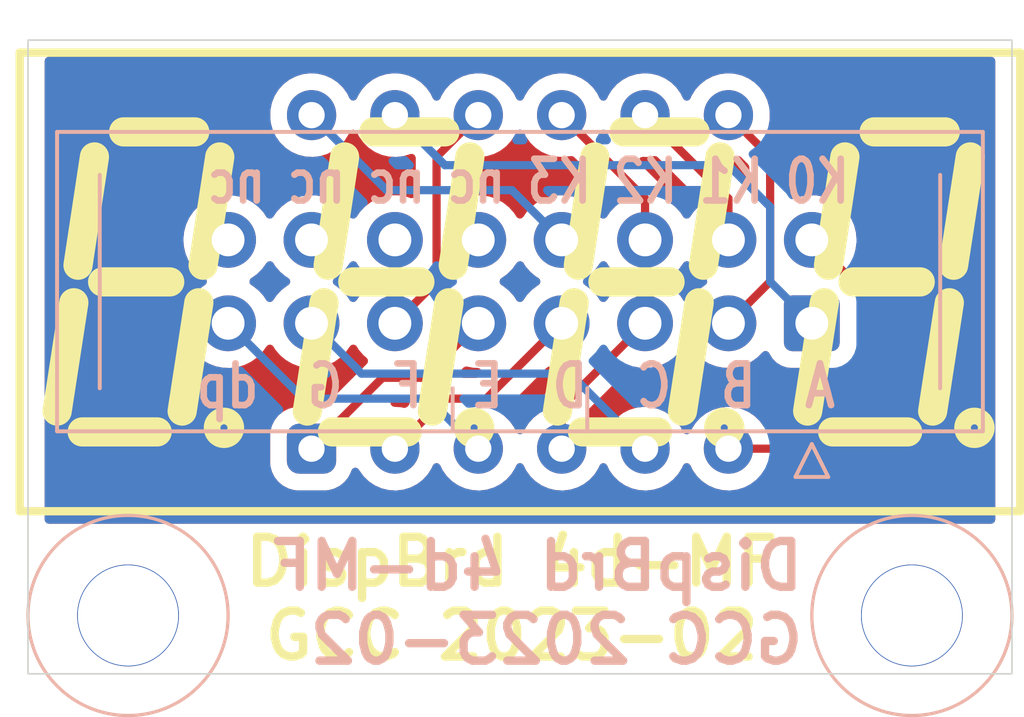
<source format=kicad_pcb>
(kicad_pcb (version 20211014) (generator pcbnew)
  (layers (0 "F.Cu" signal) (31 "B.Cu" signal) (36 "B.SilkS" user "B.Silkscreen") (37 "F.SilkS" user "F.Silkscreen") (38 "B.Mask" user) (39 "F.Mask" user) (44 "Edge.Cuts" user))
  (net 0 "")
  (net 1 "/K_SegA")
  (net 2 "/K_SegB")
  (net 3 "/K_SegC")
  (net 4 "/K_SegDP")
  (net 5 "/A0")
  (net 6 "/K_SegD")
  (net 7 "/K_SegE")
  (net 8 "/K_SegG")
  (net 9 "/K_SegF")
  (net 10 "/A1")
  (net 11 "/A2")
  (net 12 "/A3")
  (footprint "GCC_Display:Disp7s4x_036_6+6" (layer "F.Cu") (at 40.386 30.226)
    (fp_text reference "S3" hide)
    (fp_text value "LEDDSP4_CA_6+6" hide)
    (fp_line (start -2.16154 0.635) (end -2.66954 3.93446) (layer "F.SilkS") (width 0.889))
    (fp_line (start 13.07846 0.635) (end 12.57046 3.93446) (layer "F.SilkS") (width 0.889))
    (fp_line (start -12.96162 -3.80746) (end -13.462 -0.508) (layer "F.SilkS") (width 0.889))
    (fp_line (start 12.192 0) (end 10.1473 0) (layer "F.SilkS") (width 0.889))
    (fp_line (start -4.45262 -4.56946) (end -2.286 -4.56946) (layer "F.SilkS") (width 0.889))
    (fp_line (start -10.668 0) (end -12.7127 0) (layer "F.SilkS") (width 0.889))
    (fp_line (start -13.335 4.56946) (end -11.05154 4.56946) (layer "F.SilkS") (width 0.889))
    (fp_line (start -1.524 -3.80746) (end -2.032 -0.508) (layer "F.SilkS") (width 0.889))
    (fp_line (start 13.716 -3.80746) (end 13.208 -0.508) (layer "F.SilkS") (width 0.889))
    (fp_line (start -5.969 0.635) (end -6.477 3.93446) (layer "F.SilkS") (width 0.889))
    (fp_line (start -15.23746 6.985) (end -15.23746 -6.985) (layer "F.SilkS") (width 0.254))
    (fp_line (start 4.572 0) (end 2.5273 0) (layer "F.SilkS") (width 0.889))
    (fp_line (start -3.048 0) (end -5.0927 0) (layer "F.SilkS") (width 0.889))
    (fp_line (start -5.715 4.56946) (end -3.43154 4.56946) (layer "F.SilkS") (width 0.889))
    (fp_line (start -9.78154 0.635) (end -10.28954 3.93446) (layer "F.SilkS") (width 0.889))
    (fp_line (start -15.23746 6.985) (end 15.23746 6.985) (layer "F.SilkS") (width 0.254))
    (fp_line (start 9.89838 -3.80746) (end 9.398 -0.508) (layer "F.SilkS") (width 0.889))
    (fp_line (start 9.525 4.56946) (end 11.80846 4.56946) (layer "F.SilkS") (width 0.889))
    (fp_line (start 9.271 0.635) (end 8.763 3.93446) (layer "F.SilkS") (width 0.889))
    (fp_line (start 5.45846 0.635) (end 4.95046 3.93446) (layer "F.SilkS") (width 0.889))
    (fp_line (start 6.096 -3.80746) (end 5.588 -0.508) (layer "F.SilkS") (width 0.889))
    (fp_line (start -5.34162 -3.80746) (end -5.842 -0.508) (layer "F.SilkS") (width 0.889))
    (fp_line (start 1.651 0.635) (end 1.143 3.93446) (layer "F.SilkS") (width 0.889))
    (fp_line (start -12.07262 -4.56946) (end -9.906 -4.56946) (layer "F.SilkS") (width 0.889))
    (fp_line (start 2.27838 -3.80746) (end 1.778 -0.508) (layer "F.SilkS") (width 0.889))
    (fp_line (start 15.23746 6.985) (end 15.23746 -6.985) (layer "F.SilkS") (width 0.254))
    (fp_line (start -13.589 0.635) (end -14.097 3.93446) (layer "F.SilkS") (width 0.889))
    (fp_line (start 15.23492 -6.985) (end -15.23492 -6.985) (layer "F.SilkS") (width 0.254))
    (fp_line (start -9.144 -3.80746) (end -9.652 -0.508) (layer "F.SilkS") (width 0.889))
    (fp_line (start 1.905 4.56946) (end 4.18846 4.56946) (layer "F.SilkS") (width 0.889))
    (fp_line (start 3.16738 -4.56946) (end 5.334 -4.56946) (layer "F.SilkS") (width 0.889))
    (fp_line (start 10.78738 -4.56946) (end 12.954 -4.56946) (layer "F.SilkS") (width 0.889))
    (fp_circle (center -1.397 4.445) (end -1.143 4.18846) (layer "F.SilkS") (width 0.508) (fill none))
    (fp_circle (center 6.223 4.445) (end 6.477 4.18846) (layer "F.SilkS") (width 0.508) (fill none))
    (fp_circle (center 13.843 4.445) (end 14.097 4.18846) (layer "F.SilkS") (width 0.508) (fill none))
    (fp_circle (center -9.017 4.445) (end -8.763 4.18846) (layer "F.SilkS") (width 0.508) (fill none))
    (pad "1" thru_hole roundrect locked (at -6.35 5.08 90) (size 1.524 1.50114) (drill 0.8001) (layers *.Cu *.Mask) (net 7 "/K_SegE"))
    (pad "2" thru_hole oval locked (at -3.81 5.08 90) (size 1.524 1.4986) (drill 0.8001) (layers *.Cu *.Mask) (net 6 "/K_SegD"))
    (pad "3" thru_hole oval locked (at -1.27 5.08 90) (size 1.524 1.4986) (drill 0.8001) (layers *.Cu *.Mask) (net 4 "/K_SegDP"))
    (pad "4" thru_hole oval locked (at 1.27 5.08 90) (size 1.524 1.4986) (drill 0.8001) (layers *.Cu *.Mask) (net 3 "/K_SegC"))
    (pad "5" thru_hole oval locked (at 3.81 5.08 90) (size 1.524 1.4986) (drill 0.8001) (layers *.Cu *.Mask) (net 8 "/K_SegG"))
    (pad "6" thru_hole oval locked (at 6.35 5.08 90) (size 1.524 1.4986) (drill 0.8001) (layers *.Cu *.Mask) (net 5 "/A0"))
    (pad "7" thru_hole oval locked (at 6.35 -5.08 90) (size 1.524 1.4986) (drill 0.8001) (layers *.Cu *.Mask) (net 2 "/K_SegB"))
    (pad "8" thru_hole oval locked (at 3.81 -5.08 90) (size 1.524 1.4986) (drill 0.8001) (layers *.Cu *.Mask) (net 10 "/A1"))
    (pad "9" thru_hole oval locked (at 1.27 -5.08 90) (size 1.524 1.4986) (drill 0.8001) (layers *.Cu *.Mask) (net 11 "/A2"))
    (pad "10" thru_hole oval locked (at -1.27 -5.08 90) (size 1.524 1.4986) (drill 0.8001) (layers *.Cu *.Mask) (net 9 "/K_SegF"))
    (pad "11" thru_hole oval locked (at -3.81 -5.08 90) (size 1.524 1.4986) (drill 0.8001) (layers *.Cu *.Mask) (net 1 "/K_SegA"))
    (pad "12" thru_hole oval locked (at -6.34746 -5.08 90) (size 1.524 1.4986) (drill 0.8001) (layers *.Cu *.Mask) (net 12 "/A3"))
  )
  (footprint "GCC_holes:Hole3mm" (layer "B.Cu") (at 28.448 40.386)
    (fp_text reference "H5" hide)
    (fp_text value "MountingHole" hide)
    (fp_circle (center 0 0) (end 0 3.048) (layer "B.SilkS") (width 0.1) (fill none))
    (pad "" np_thru_hole circle locked (at 0 0) (size 3.1 3.1) (drill 3.05) (layers F&B.Cu *.Mask))
  )
  (footprint "GCC_holes:Hole3mm" (layer "B.Cu") (at 52.324 40.386)
    (fp_text reference "H6" hide)
    (fp_text value "MountingHole" hide)
    (fp_circle (center 0 0) (end 0 3.048) (layer "B.SilkS") (width 0.1) (fill none))
    (pad "" np_thru_hole circle locked (at 0 0) (size 3.1 3.1) (drill 3.05) (layers F&B.Cu *.Mask))
  )
  (footprint "Connector_IDC:IDC-Header_2x08_P2.54mm_Vertical" (layer "B.Cu") (at 49.276 31.4865 90)
    (fp_text reference "P5" hide)
    (fp_text value "Conn_02x08_Odd_Even")
    (fp_line (start -1.98 -10.94) (end -1.98 -10.94) (layer "B.SilkS") (width 0.12))
    (fp_line (start -1.98 3.91) (end 4.52 3.91) (layer "B.SilkS") (width 0.12))
    (fp_line (start -1.98 -10.94) (end -3.29 -10.94) (layer "B.SilkS") (width 0.12))
    (fp_line (start -3.29 -6.84) (end -1.98 -6.84) (layer "B.SilkS") (width 0.12))
    (fp_line (start -3.29 -22.99) (end -3.29 5.21) (layer "B.SilkS") (width 0.12))
    (fp_line (start -4.68 -0.5) (end -3.68 0) (layer "B.SilkS") (width 0.12))
    (fp_line (start -3.68 0) (end -4.68 0.5) (layer "B.SilkS") (width 0.12))
    (fp_line (start 5.83 5.21) (end 5.83 -22.99) (layer "B.SilkS") (width 0.12))
    (fp_line (start -4.68 0.5) (end -4.68 -0.5) (layer "B.SilkS") (width 0.12))
    (fp_line (start -3.29 5.21) (end 5.83 5.21) (layer "B.SilkS") (width 0.12))
    (fp_line (start 5.83 -22.99) (end -3.29 -22.99) (layer "B.SilkS") (width 0.12))
    (fp_line (start 4.52 -21.69) (end -1.98 -21.69) (layer "B.SilkS") (width 0.12))
    (pad "1" thru_hole roundrect (at 0 0 90) (size 1.7 1.7) (drill 1) (layers F&B.Cu *.Mask) (roundrect_rratio 0.147059) (net 1 "/K_SegA"))
    (pad "2" thru_hole circle (at 2.54 0 90) (size 1.7 1.7) (drill 1) (layers F&B.Cu *.Mask) (net 5 "/A0"))
    (pad "3" thru_hole circle (at 0 -2.54 90) (size 1.7 1.7) (drill 1) (layers F&B.Cu *.Mask) (net 2 "/K_SegB"))
    (pad "4" thru_hole circle (at 2.54 -2.54 90) (size 1.7 1.7) (drill 1) (layers F&B.Cu *.Mask) (net 10 "/A1"))
    (pad "5" thru_hole circle (at 0 -5.08 90) (size 1.7 1.7) (drill 1) (layers F&B.Cu *.Mask) (net 3 "/K_SegC"))
    (pad "6" thru_hole circle (at 2.54 -5.08 90) (size 1.7 1.7) (drill 1) (layers F&B.Cu *.Mask) (net 11 "/A2"))
    (pad "7" thru_hole circle (at 0 -7.62 90) (size 1.7 1.7) (drill 1) (layers F&B.Cu *.Mask) (net 6 "/K_SegD"))
    (pad "8" thru_hole circle (at 2.54 -7.62 90) (size 1.7 1.7) (drill 1) (layers F&B.Cu *.Mask) (net 12 "/A3"))
    (pad "9" thru_hole circle (at 0 -10.16 90) (size 1.7 1.7) (drill 1) (layers F&B.Cu *.Mask) (net 7 "/K_SegE"))
    (pad "10" thru_hole circle (at 2.54 -10.16 90) (size 1.7 1.7) (drill 1) (layers F&B.Cu *.Mask))
    (pad "11" thru_hole circle (at 0 -12.7 90) (size 1.7 1.7) (drill 1) (layers F&B.Cu *.Mask) (net 9 "/K_SegF"))
    (pad "12" thru_hole circle (at 2.54 -12.7 90) (size 1.7 1.7) (drill 1) (layers F&B.Cu *.Mask))
    (pad "13" thru_hole circle (at 0 -15.24 90) (size 1.7 1.7) (drill 1) (layers F&B.Cu *.Mask) (net 8 "/K_SegG"))
    (pad "14" thru_hole circle (at 2.54 -15.24 90) (size 1.7 1.7) (drill 1) (layers F&B.Cu *.Mask))
    (pad "15" thru_hole circle (at 0 -17.78 90) (size 1.7 1.7) (drill 1) (layers F&B.Cu *.Mask) (net 4 "/K_SegDP"))
    (pad "16" thru_hole circle (at 2.54 -17.78 90) (size 1.7 1.7) (drill 1) (layers F&B.Cu *.Mask))
  )
  (gr_rect (start 25.4 22.86) (end 55.372 42.164) (layer "Edge.Cuts") (width 0.05) (fill none))
  (gr_text "A  B  C  D  E  F  G  dp" (at 40.259 33.401) (layer "B.SilkS") (effects (font (size 1.27 1.016) (thickness 0.2032)) (justify mirror)))
  (gr_text "K0 K1 K2 K3 nc nc nc nc" (at 40.64 27.1685) (layer "B.SilkS") (effects (font (size 1.27 0.9652) (thickness 0.2032)) (justify mirror)))
  (gr_text "DispBrd 4d-MF\nGCC 2023-02" (at 49.149 40.005) (layer "B.SilkS") (effects (font (size 1.397 1.397) (thickness 0.254)) (justify left mirror)))
  (gr_text "DispBrd 4d-MF\nGCC 2023-02" (at 40.132 39.878) (layer "F.SilkS") (effects (font (size 1.397 1.397) (thickness 0.254))))
  (segment (start 48.006 30.2165) (end 49.276 31.4865) (width 0.25) (layer "B.Cu") (net 1))
  (segment (start 38.1 26.67) (end 46.736 26.67) (width 0.25) (layer "B.Cu") (net 1))
  (segment (start 36.576 25.146) (end 38.1 26.67) (width 0.25) (layer "B.Cu") (net 1))
  (segment (start 46.736 26.67) (end 48.006 27.94) (width 0.25) (layer "B.Cu") (net 1))
  (segment (start 48.006 27.94) (end 48.006 30.2165) (width 0.25) (layer "B.Cu") (net 1))
  (segment (start 46.736 31.4865) (end 48.006 30.2165) (width 0.25) (layer "F.Cu") (net 2))
  (segment (start 48.006 26.416) (end 46.736 25.146) (width 0.25) (layer "F.Cu") (net 2))
  (segment (start 48.006 30.2165) (end 48.006 26.416) (width 0.25) (layer "F.Cu") (net 2))
  (segment (start 41.656 34.0265) (end 44.196 31.4865) (width 0.25) (layer "F.Cu") (net 3))
  (segment (start 41.656 35.306) (end 41.656 34.0265) (width 0.25) (layer "F.Cu") (net 3))
  (segment (start 31.496 31.4865) (end 33.7915 33.782) (width 0.25) (layer "B.Cu") (net 4))
  (segment (start 33.7915 33.782) (end 37.592 33.782) (width 0.25) (layer "B.Cu") (net 4))
  (segment (start 37.592 33.782) (end 39.116 35.306) (width 0.25) (layer "B.Cu") (net 4))
  (segment (start 48.387 35.306) (end 46.736 35.306) (width 0.25) (layer "F.Cu") (net 5))
  (segment (start 49.276 28.9465) (end 50.8 30.4705) (width 0.25) (layer "F.Cu") (net 5))
  (segment (start 50.8 32.893) (end 48.387 35.306) (width 0.25) (layer "F.Cu") (net 5))
  (segment (start 50.8 30.4705) (end 50.8 32.893) (width 0.25) (layer "F.Cu") (net 5))
  (segment (start 39.3605 33.782) (end 41.656 31.4865) (width 0.25) (layer "F.Cu") (net 6))
  (segment (start 36.576 35.306) (end 38.1 33.782) (width 0.25) (layer "F.Cu") (net 6))
  (segment (start 38.1 33.782) (end 39.3605 33.782) (width 0.25) (layer "F.Cu") (net 6))
  (segment (start 34.036 35.306) (end 36.195 33.147) (width 0.25) (layer "F.Cu") (net 7))
  (segment (start 36.195 33.147) (end 37.4555 33.147) (width 0.25) (layer "F.Cu") (net 7))
  (segment (start 37.4555 33.147) (end 39.116 31.4865) (width 0.25) (layer "F.Cu") (net 7))
  (segment (start 41.91 33.02) (end 44.196 35.306) (width 0.25) (layer "B.Cu") (net 8))
  (segment (start 35.4425 32.893) (end 35.4425 32.9025) (width 0.25) (layer "B.Cu") (net 8))
  (segment (start 35.56 33.02) (end 41.91 33.02) (width 0.25) (layer "B.Cu") (net 8))
  (segment (start 34.036 31.4865) (end 35.4425 32.893) (width 0.25) (layer "B.Cu") (net 8))
  (segment (start 35.4425 32.9025) (end 35.56 33.02) (width 0.25) (layer "B.Cu") (net 8))
  (segment (start 37.846 26.416) (end 39.116 25.146) (width 0.25) (layer "F.Cu") (net 9))
  (segment (start 36.576 31.4865) (end 37.846 30.2165) (width 0.25) (layer "F.Cu") (net 9))
  (segment (start 37.846 30.2165) (end 37.846 26.416) (width 0.25) (layer "F.Cu") (net 9))
  (segment (start 44.196 25.146) (end 46.736 27.686) (width 0.25) (layer "F.Cu") (net 10))
  (segment (start 46.736 27.686) (end 46.736 28.9465) (width 0.25) (layer "F.Cu") (net 10))
  (segment (start 41.656 25.146) (end 44.196 27.686) (width 0.25) (layer "F.Cu") (net 11))
  (segment (start 44.196 27.686) (end 44.196 28.9465) (width 0.25) (layer "F.Cu") (net 11))
  (segment (start 34.03854 25.146) (end 36.32454 27.432) (width 0.25) (layer "B.Cu") (net 12))
  (segment (start 40.1415 27.432) (end 41.656 28.9465) (width 0.25) (layer "B.Cu") (net 12))
  (segment (start 36.32454 27.432) (end 40.1415 27.432) (width 0.25) (layer "B.Cu") (net 12))
  (zone (net 0) (net_name "") (layer "F.Cu") (connect_pads (clearance 0.508)) (min_thickness 0.254) (fill yes (thermal_gap 0.508) (thermal_bridge_width 0.508))
    (polygon (pts (xy 25.4 22.86) (xy 55.372 22.86) (xy 55.372 37.592) (xy 25.4 37.592)))
  )
  (zone (net 0) (net_name "") (layer "B.Cu") (connect_pads (clearance 0.508)) (min_thickness 0.254) (fill yes (thermal_gap 0.508) (thermal_bridge_width 0.508))
    (polygon (pts (xy 25.4 22.86) (xy 55.372 22.86) (xy 55.372 37.592) (xy 25.4 37.592)))
  )
)
</source>
